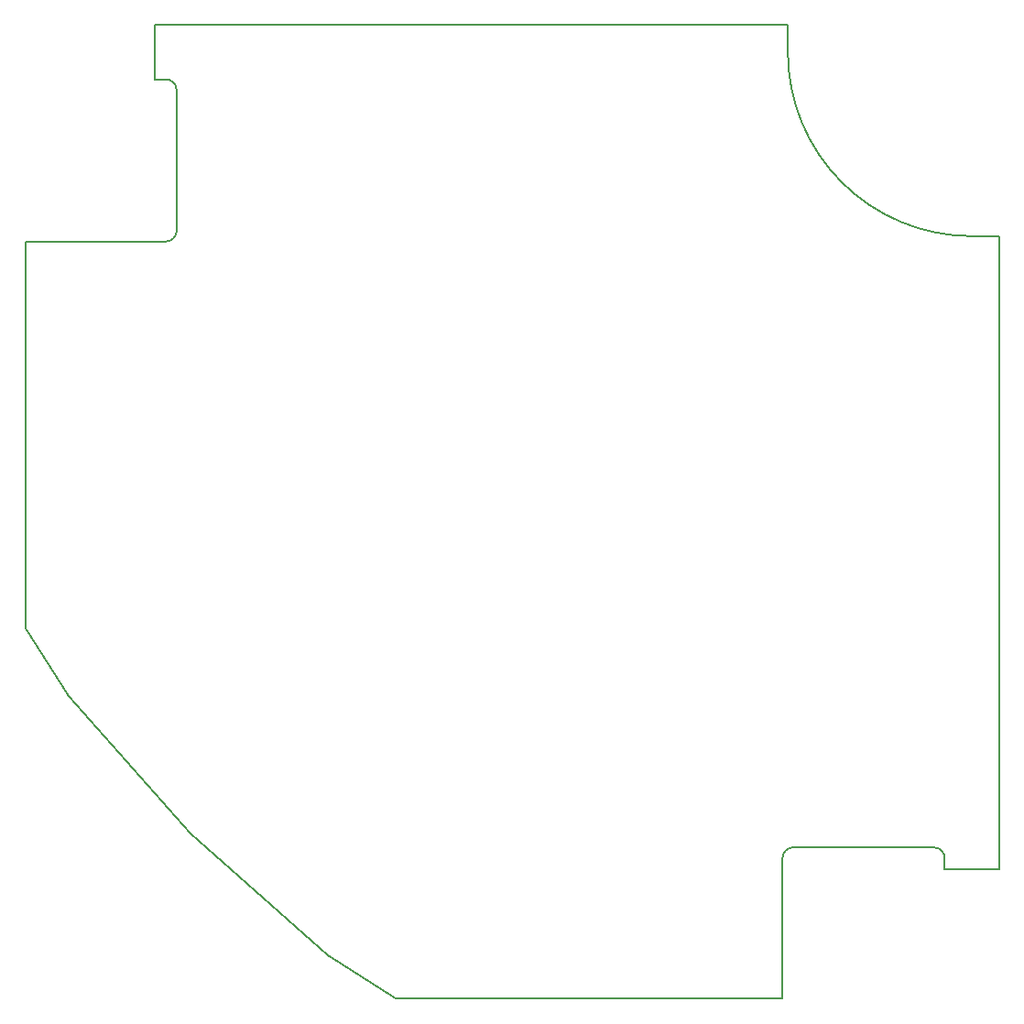
<source format=gbr>
G04 (created by PCBNEW (2013-06-18 BZR 4216)-testing) date 2014/10/24 19:56:51*
%MOIN*%
G04 Gerber Fmt 3.4, Leading zero omitted, Abs format*
%FSLAX34Y34*%
G01*
G70*
G90*
G04 APERTURE LIST*
%ADD10C,0.005906*%
G04 APERTURE END LIST*
G54D10*
X22047Y-44094D02*
X20472Y-41633D01*
X25196Y-27559D02*
X20472Y-27559D01*
X20472Y-27559D02*
X20472Y-41633D01*
X31496Y-53543D02*
X33956Y-55118D01*
X48031Y-55118D02*
X48031Y-50393D01*
X48031Y-55118D02*
X33956Y-55118D01*
X25196Y-21653D02*
X25590Y-21653D01*
X25196Y-21653D02*
X25196Y-19685D01*
X53937Y-50393D02*
X55905Y-50393D01*
X53543Y-49606D02*
X48425Y-49606D01*
X53937Y-50000D02*
G75*
G03X53543Y-49606I-393J0D01*
G74*
G01*
X53937Y-50393D02*
X53937Y-50000D01*
X48425Y-49606D02*
G75*
G03X48031Y-50000I0J-393D01*
G74*
G01*
X48031Y-50393D02*
X48031Y-50000D01*
X25984Y-27165D02*
X25984Y-22047D01*
X25590Y-27559D02*
G75*
G03X25984Y-27165I0J393D01*
G74*
G01*
X25984Y-22047D02*
G75*
G03X25590Y-21653I-393J0D01*
G74*
G01*
X25196Y-27559D02*
X25590Y-27559D01*
X48228Y-19685D02*
X25196Y-19685D01*
X55905Y-27362D02*
X55905Y-50393D01*
X48228Y-20669D02*
X48228Y-19685D01*
X54921Y-27362D02*
X55905Y-27362D01*
X48228Y-20669D02*
G75*
G03X54921Y-27362I6692J0D01*
G74*
G01*
X26476Y-49114D02*
X22047Y-44094D01*
X31496Y-53543D02*
X26476Y-49114D01*
M02*

</source>
